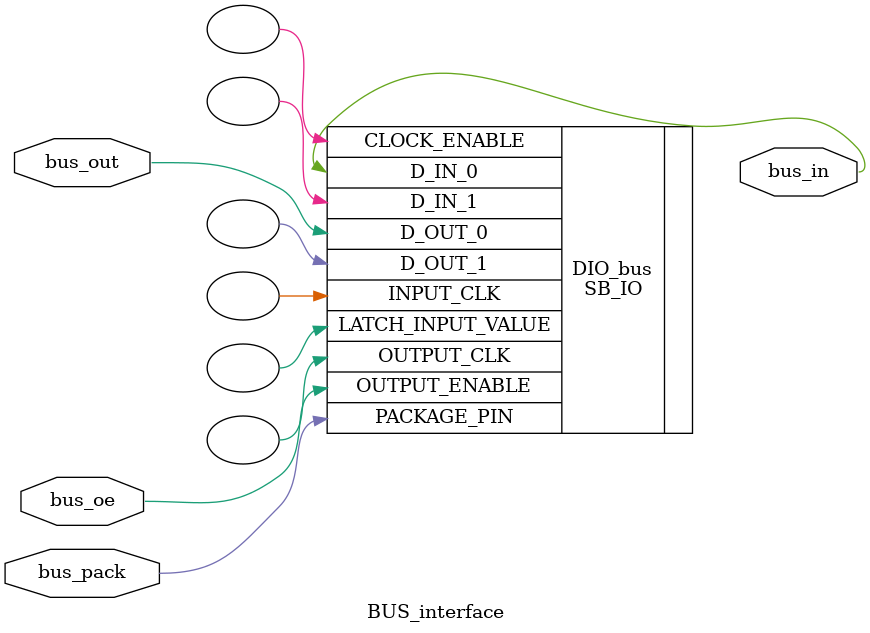
<source format=v>
/************************************************************************
* BUS_interface 
*
*************************************************************************
* inout bus_pack    : Assignment to  BUS Package Pin
* input bus_out     : Writing BUS signal input
* input bus_oe      : BUS output enable (OE - high active) signal input
* output bus_in     : Reading BUS_input signal output
***************************************************************************
*
****************************************************************************/


module BUS_interface(
    inout bus_pack,  

    input bus_out,
    input bus_oe,
    output bus_in);


    SB_IO DIO_bus(
        .PACKAGE_PIN(bus_pack),
        .LATCH_INPUT_VALUE(),
        .CLOCK_ENABLE(),
        .INPUT_CLK(),
        .OUTPUT_CLK(),
        .OUTPUT_ENABLE(bus_oe),
        .D_OUT_0(bus_out),         
        .D_OUT_1(),
        .D_IN_0(bus_in),
        .D_IN_1());
    defparam DIO_bus.PIN_TYPE = 6'b1010_01; // Simple input and Simple Tristate output
    defparam DIO_bus.IO_STANDARD = "SB_LVCMOS";


endmodule
</source>
